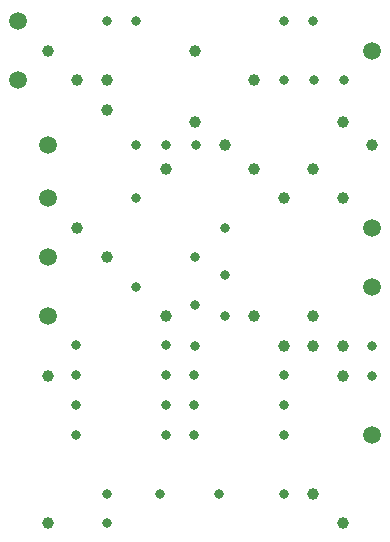
<source format=gbr>
%TF.GenerationSoftware,KiCad,Pcbnew,5.1.10*%
%TF.CreationDate,2021-12-12T21:50:50+01:00*%
%TF.ProjectId,Magnetbandinterface_4k-System,4d61676e-6574-4626-916e-64696e746572,rev?*%
%TF.SameCoordinates,Original*%
%TF.FileFunction,Plated,1,2,PTH,Drill*%
%TF.FilePolarity,Positive*%
%FSLAX46Y46*%
G04 Gerber Fmt 4.6, Leading zero omitted, Abs format (unit mm)*
G04 Created by KiCad (PCBNEW 5.1.10) date 2021-12-12 21:50:50*
%MOMM*%
%LPD*%
G01*
G04 APERTURE LIST*
%TA.AperFunction,ComponentDrill*%
%ADD10C,0.800000*%
%TD*%
%TA.AperFunction,ViaDrill*%
%ADD11C,0.800000*%
%TD*%
%TA.AperFunction,ComponentDrill*%
%ADD12C,1.000000*%
%TD*%
%TA.AperFunction,ComponentDrill*%
%ADD13C,1.500000*%
%TD*%
G04 APERTURE END LIST*
D10*
%TO.C,U17*%
X106880000Y-128380000D03*
X106880000Y-130920000D03*
X106880000Y-133460000D03*
X106880000Y-136000000D03*
%TO.C,C1*%
X109500000Y-101000000D03*
%TO.C,C17*%
X109500000Y-141000000D03*
X109500000Y-143500000D03*
%TO.C,C1*%
X112000000Y-101000000D03*
%TO.C,T2*%
X112000000Y-111500000D03*
%TO.C,C2*%
X112000000Y-116000000D03*
X112000000Y-123500000D03*
%TO.C,C3*%
X114000000Y-141000000D03*
%TO.C,U17*%
X114500000Y-128380000D03*
X114500000Y-130920000D03*
X114500000Y-133460000D03*
X114500000Y-136000000D03*
%TO.C,T2*%
X114540000Y-111500000D03*
%TO.C,U18*%
X116880000Y-130920000D03*
X116880000Y-133460000D03*
X116880000Y-136000000D03*
%TO.C,C13*%
X117000000Y-121000000D03*
%TD*%
D11*
X117000000Y-125000000D03*
D10*
%TO.C,C13*%
X117000000Y-128500000D03*
%TO.C,T2*%
X117080000Y-111500000D03*
%TO.C,C3*%
X119000000Y-141000000D03*
%TO.C,C14*%
X119500000Y-118500000D03*
%TD*%
D11*
X119500000Y-122500000D03*
D10*
%TO.C,C14*%
X119500000Y-126000000D03*
%TO.C,C18*%
X124500000Y-101000000D03*
%TO.C,T1*%
X124500000Y-106000000D03*
%TO.C,U18*%
X124500000Y-130920000D03*
X124500000Y-133460000D03*
X124500000Y-136000000D03*
%TD*%
D11*
X124500000Y-141000000D03*
D10*
%TO.C,C18*%
X127000000Y-101000000D03*
%TO.C,T1*%
X127040000Y-106000000D03*
X129580000Y-106000000D03*
%TO.C,C16*%
X132000000Y-128500000D03*
X132000000Y-131000000D03*
D12*
%TO.C,R13*%
X104500000Y-103500000D03*
%TO.C,R15*%
X104500000Y-131000000D03*
X104500000Y-143500000D03*
%TO.C,R14*%
X107000000Y-106000000D03*
X107000000Y-118500000D03*
%TO.C,R3*%
X109500000Y-106000000D03*
%TO.C,R4*%
X109500000Y-108500000D03*
X109500000Y-121000000D03*
%TO.C,R5*%
X114500000Y-113500000D03*
X114500000Y-126000000D03*
%TO.C,R13*%
X117000000Y-103500000D03*
%TO.C,R2*%
X117000000Y-109500000D03*
%TO.C,R1*%
X119500000Y-111500000D03*
%TO.C,R3*%
X122000000Y-106000000D03*
%TO.C,R6*%
X122000000Y-113500000D03*
X122000000Y-126000000D03*
%TO.C,R19*%
X124500000Y-116000000D03*
X124500000Y-128500000D03*
%TO.C,R8*%
X127000000Y-113500000D03*
X127000000Y-126000000D03*
%TO.C,R7*%
X127000000Y-128500000D03*
X127000000Y-141000000D03*
%TO.C,R2*%
X129500000Y-109500000D03*
%TO.C,R18*%
X129500000Y-116000000D03*
X129500000Y-128500000D03*
%TO.C,R17*%
X129500000Y-131000000D03*
X129500000Y-143500000D03*
%TO.C,R1*%
X132000000Y-111500000D03*
D13*
%TO.C,TP7*%
X102000000Y-101000000D03*
%TO.C,TP9*%
X102000000Y-106000000D03*
%TO.C,TP4*%
X104500000Y-111500000D03*
%TO.C,TP8*%
X104500000Y-116000000D03*
%TO.C,TP6*%
X104500000Y-121000000D03*
%TO.C,TP5*%
X104500000Y-126000000D03*
%TO.C,TP10*%
X132000000Y-103500000D03*
%TO.C,TP3*%
X132000000Y-118500000D03*
%TO.C,TP2*%
X132000000Y-123500000D03*
%TO.C,TP1*%
X132000000Y-136000000D03*
M02*

</source>
